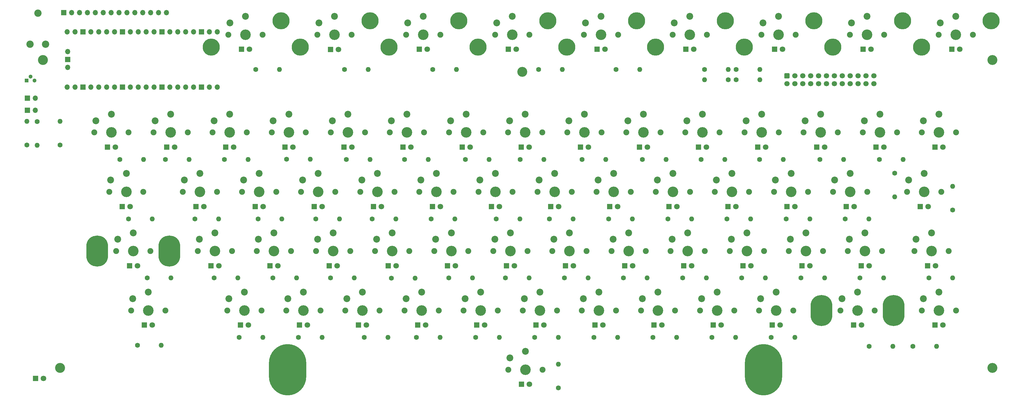
<source format=gts>
G04 #@! TF.GenerationSoftware,KiCad,Pcbnew,(5.1.10)-1*
G04 #@! TF.CreationDate,2021-11-29T17:25:30-08:00*
G04 #@! TF.ProjectId,AtariChocXE,41746172-6943-4686-9f63-58452e6b6963,E*
G04 #@! TF.SameCoordinates,Original*
G04 #@! TF.FileFunction,Soldermask,Top*
G04 #@! TF.FilePolarity,Negative*
%FSLAX46Y46*%
G04 Gerber Fmt 4.6, Leading zero omitted, Abs format (unit mm)*
G04 Created by KiCad (PCBNEW (5.1.10)-1) date 2021-11-29 17:25:30*
%MOMM*%
%LPD*%
G01*
G04 APERTURE LIST*
%ADD10R,1.800000X1.800000*%
%ADD11C,1.800000*%
%ADD12O,1.600000X1.600000*%
%ADD13C,1.600000*%
%ADD14O,1.700000X1.700000*%
%ADD15R,1.700000X1.700000*%
%ADD16C,2.200000*%
%ADD17C,1.900000*%
%ADD18C,3.400000*%
%ADD19O,12.000000X16.500000*%
%ADD20O,7.000000X10.000000*%
%ADD21C,5.500000*%
%ADD22C,2.340000*%
%ADD23R,1.300000X1.300000*%
%ADD24C,1.300000*%
%ADD25C,1.700000*%
%ADD26C,3.200000*%
G04 APERTURE END LIST*
D10*
X95590000Y-37300000D03*
D11*
X98130000Y-37300000D03*
D10*
X185590000Y-145060000D03*
D11*
X188130000Y-145060000D03*
D10*
X318490000Y-126010000D03*
D11*
X321030000Y-126010000D03*
D10*
X292290000Y-126010000D03*
D11*
X294830000Y-126010000D03*
D10*
X266190000Y-126010000D03*
D11*
X268730000Y-126010000D03*
D10*
X247190000Y-126010000D03*
D11*
X249730000Y-126010000D03*
D10*
X228190000Y-126010000D03*
D11*
X230730000Y-126010000D03*
D10*
X209190000Y-126010000D03*
D11*
X211730000Y-126010000D03*
D10*
X190190000Y-126010000D03*
D11*
X192730000Y-126010000D03*
D10*
X171190000Y-126010000D03*
D11*
X173730000Y-126010000D03*
D10*
X152190000Y-126010000D03*
D11*
X154730000Y-126010000D03*
D10*
X133190000Y-126010000D03*
D11*
X135730000Y-126010000D03*
D10*
X114190000Y-126010000D03*
D11*
X116730000Y-126010000D03*
D10*
X95190000Y-126010000D03*
D11*
X97730000Y-126010000D03*
D10*
X64340000Y-126010000D03*
D11*
X66880000Y-126010000D03*
D10*
X316140000Y-106960000D03*
D11*
X318680000Y-106960000D03*
D10*
X294740000Y-106960000D03*
D11*
X297280000Y-106960000D03*
D10*
X275740000Y-106960000D03*
D11*
X278280000Y-106960000D03*
D10*
X256740000Y-106960000D03*
D11*
X259280000Y-106960000D03*
D10*
X237740000Y-106960000D03*
D11*
X240280000Y-106960000D03*
D10*
X218740000Y-106960000D03*
D11*
X221280000Y-106960000D03*
D10*
X199740000Y-106960000D03*
D11*
X202280000Y-106960000D03*
D10*
X180740000Y-106960000D03*
D11*
X183280000Y-106960000D03*
D10*
X161740000Y-106960000D03*
D11*
X164280000Y-106960000D03*
D10*
X142740000Y-106960000D03*
D11*
X145280000Y-106960000D03*
D10*
X123740000Y-106960000D03*
D11*
X126280000Y-106960000D03*
D10*
X104740000Y-106960000D03*
D11*
X107280000Y-106960000D03*
D10*
X85740000Y-106960000D03*
D11*
X88280000Y-106960000D03*
D10*
X59540000Y-106960000D03*
D11*
X62080000Y-106960000D03*
D10*
X313740000Y-87860000D03*
D11*
X316280000Y-87860000D03*
D10*
X289940000Y-87860000D03*
D11*
X292480000Y-87860000D03*
D10*
X270940000Y-87860000D03*
D11*
X273480000Y-87860000D03*
D10*
X251940000Y-87860000D03*
D11*
X254480000Y-87860000D03*
D10*
X232940000Y-87860000D03*
D11*
X235480000Y-87860000D03*
D10*
X213940000Y-87860000D03*
D11*
X216480000Y-87860000D03*
D10*
X194940000Y-87860000D03*
D11*
X197480000Y-87860000D03*
D10*
X175940000Y-87860000D03*
D11*
X178480000Y-87860000D03*
D10*
X156940000Y-87860000D03*
D11*
X159480000Y-87860000D03*
D10*
X137940000Y-87860000D03*
D11*
X140480000Y-87860000D03*
D10*
X118940000Y-87860000D03*
D11*
X121480000Y-87860000D03*
D10*
X99940000Y-87860000D03*
D11*
X102480000Y-87860000D03*
D10*
X80940000Y-87860000D03*
D11*
X83480000Y-87860000D03*
D10*
X57240000Y-87860000D03*
D11*
X59780000Y-87860000D03*
D10*
X318490000Y-68760000D03*
D11*
X321030000Y-68760000D03*
D10*
X299490000Y-68760000D03*
D11*
X302030000Y-68760000D03*
D10*
X280490000Y-68760000D03*
D11*
X283030000Y-68760000D03*
D10*
X261490000Y-68760000D03*
D11*
X264030000Y-68760000D03*
D10*
X242490000Y-68760000D03*
D11*
X245030000Y-68760000D03*
D10*
X223490000Y-68760000D03*
D11*
X226030000Y-68760000D03*
D10*
X204490000Y-68760000D03*
D11*
X207030000Y-68760000D03*
D10*
X185490000Y-68760000D03*
D11*
X188030000Y-68760000D03*
D10*
X166490000Y-68760000D03*
D11*
X169030000Y-68760000D03*
D10*
X147490000Y-68760000D03*
D11*
X150030000Y-68760000D03*
D10*
X128490000Y-68760000D03*
D11*
X131030000Y-68760000D03*
D10*
X109490000Y-68760000D03*
D11*
X112030000Y-68760000D03*
D10*
X90490000Y-68760000D03*
D11*
X93030000Y-68760000D03*
D10*
X71490000Y-68760000D03*
D11*
X74030000Y-68760000D03*
D10*
X52490000Y-68760000D03*
D11*
X55030000Y-68760000D03*
D10*
X323890280Y-37300000D03*
D11*
X326430280Y-37300000D03*
D10*
X295388940Y-37300000D03*
D11*
X297928940Y-37300000D03*
D10*
X266900300Y-37300000D03*
D11*
X269440300Y-37300000D03*
D10*
X238391340Y-37300000D03*
D11*
X240931340Y-37300000D03*
D10*
X209897620Y-37300000D03*
D11*
X212437620Y-37300000D03*
D10*
X181315000Y-37300000D03*
D11*
X183855000Y-37300000D03*
D10*
X152740000Y-37306460D03*
D11*
X155280000Y-37306460D03*
D10*
X124160000Y-37310000D03*
D11*
X126700000Y-37310000D03*
D12*
X197410000Y-138640000D03*
D13*
X197410000Y-146260000D03*
D12*
X318980000Y-132860000D03*
D13*
X311360000Y-132860000D03*
D12*
X304930000Y-132860000D03*
D13*
X297310000Y-132860000D03*
D12*
X273430000Y-129960000D03*
D13*
X265810000Y-129960000D03*
D12*
X254430000Y-129960000D03*
D13*
X246810000Y-129960000D03*
D12*
X235430000Y-129960000D03*
D13*
X227810000Y-129960000D03*
D12*
X216430000Y-129960000D03*
D13*
X208810000Y-129960000D03*
D12*
X197430000Y-129960000D03*
D13*
X189810000Y-129960000D03*
D12*
X178430000Y-129960000D03*
D13*
X170810000Y-129960000D03*
D12*
X159430000Y-129960000D03*
D13*
X151810000Y-129960000D03*
D12*
X142630000Y-129960000D03*
D13*
X135010000Y-129960000D03*
D12*
X121430000Y-129960000D03*
D13*
X113810000Y-129960000D03*
D12*
X102430000Y-129960000D03*
D13*
X94810000Y-129960000D03*
D12*
X69730000Y-132510000D03*
D13*
X62110000Y-132510000D03*
D12*
X324130000Y-110860000D03*
D13*
X316510000Y-110860000D03*
D12*
X26560000Y-60490000D03*
D13*
X26560000Y-68110000D03*
D12*
X301980000Y-110860000D03*
D13*
X294360000Y-110860000D03*
D12*
X282980000Y-110860000D03*
D13*
X275360000Y-110860000D03*
D12*
X263980000Y-110860000D03*
D13*
X256360000Y-110860000D03*
D12*
X244980000Y-110860000D03*
D13*
X237360000Y-110860000D03*
D12*
X225980000Y-110860000D03*
D13*
X218360000Y-110860000D03*
D12*
X206980000Y-110860000D03*
D13*
X199360000Y-110860000D03*
D12*
X29860000Y-68130000D03*
D13*
X29860000Y-60510000D03*
D12*
X187980000Y-110860000D03*
D13*
X180360000Y-110860000D03*
D12*
X169830000Y-110860000D03*
D13*
X162210000Y-110860000D03*
D12*
X151380000Y-110910000D03*
D13*
X143760000Y-110910000D03*
D12*
X131830000Y-110860000D03*
D13*
X124210000Y-110860000D03*
D12*
X113280000Y-110860000D03*
D13*
X105660000Y-110860000D03*
D12*
X94380000Y-110860000D03*
D13*
X86760000Y-110860000D03*
D12*
X72830000Y-110860000D03*
D13*
X65210000Y-110860000D03*
D12*
X324160000Y-81340000D03*
D13*
X324160000Y-88960000D03*
D12*
X297230000Y-91910000D03*
D13*
X289610000Y-91910000D03*
D12*
X278230000Y-91860000D03*
D13*
X270610000Y-91860000D03*
D12*
X259230000Y-91910000D03*
D13*
X251610000Y-91910000D03*
D12*
X240230000Y-91910000D03*
D13*
X232610000Y-91910000D03*
D12*
X221180000Y-91910000D03*
D13*
X213560000Y-91910000D03*
D12*
X202180000Y-91910000D03*
D13*
X194560000Y-91910000D03*
D12*
X185030000Y-91910000D03*
D13*
X177410000Y-91910000D03*
D12*
X164180000Y-91860000D03*
D13*
X156560000Y-91860000D03*
D12*
X145180000Y-91860000D03*
D13*
X137560000Y-91860000D03*
D12*
X127030000Y-91860000D03*
D13*
X119410000Y-91860000D03*
D12*
X108530000Y-91860000D03*
D13*
X100910000Y-91860000D03*
D12*
X88180000Y-91860000D03*
D13*
X80560000Y-91860000D03*
D12*
X66830000Y-91860000D03*
D13*
X59210000Y-91860000D03*
D12*
X305510000Y-84780000D03*
D13*
X305510000Y-77160000D03*
D12*
X308280000Y-72710000D03*
D13*
X300660000Y-72710000D03*
D12*
X289080000Y-72710000D03*
D13*
X281460000Y-72710000D03*
D12*
X269730000Y-72710000D03*
D13*
X262110000Y-72710000D03*
D12*
X250930000Y-72710000D03*
D13*
X243310000Y-72710000D03*
D12*
X232080000Y-72710000D03*
D13*
X224460000Y-72710000D03*
D12*
X212680000Y-72710000D03*
D13*
X205060000Y-72710000D03*
D12*
X192780000Y-72710000D03*
D13*
X185160000Y-72710000D03*
D12*
X175130000Y-72710000D03*
D13*
X167510000Y-72710000D03*
D12*
X155580000Y-72710000D03*
D13*
X147960000Y-72710000D03*
D12*
X136880000Y-72710000D03*
D13*
X129260000Y-72710000D03*
D12*
X117680000Y-72660000D03*
D13*
X110060000Y-72660000D03*
D12*
X97710000Y-72710000D03*
D13*
X90090000Y-72710000D03*
D12*
X78730000Y-72710000D03*
D13*
X71110000Y-72710000D03*
D12*
X64030000Y-72710000D03*
D13*
X56410000Y-72710000D03*
D12*
X262203840Y-47062600D03*
D13*
X254583840Y-47062600D03*
D12*
X262214000Y-43786000D03*
D13*
X254594000Y-43786000D03*
D12*
X244434000Y-47088000D03*
D13*
X252054000Y-47088000D03*
D12*
X252054000Y-43786000D03*
D13*
X244434000Y-43786000D03*
D12*
X223606000Y-43786000D03*
D13*
X215986000Y-43786000D03*
D12*
X198714000Y-43786000D03*
D13*
X191094000Y-43786000D03*
D12*
X164678000Y-43786000D03*
D13*
X157058000Y-43786000D03*
D12*
X136260000Y-43786000D03*
D13*
X128640000Y-43786000D03*
D12*
X107782000Y-43786000D03*
D13*
X100162000Y-43786000D03*
D12*
X37220000Y-60425000D03*
D13*
X37220000Y-68045000D03*
D14*
X87740000Y-49480000D03*
X85200000Y-49480000D03*
D15*
X82660000Y-49480000D03*
D14*
X80120000Y-49480000D03*
X77580000Y-49480000D03*
X75040000Y-49480000D03*
X72500000Y-49480000D03*
D15*
X69960000Y-49480000D03*
D14*
X67420000Y-49480000D03*
X64880000Y-49480000D03*
X62340000Y-49480000D03*
X59800000Y-49480000D03*
D15*
X57260000Y-49480000D03*
D14*
X54720000Y-49480000D03*
X52180000Y-49480000D03*
X49640000Y-49480000D03*
X47100000Y-49480000D03*
D15*
X44560000Y-49480000D03*
D14*
X42020000Y-49480000D03*
X39480000Y-49480000D03*
X39480000Y-31700000D03*
X42020000Y-31700000D03*
D15*
X44560000Y-31700000D03*
D14*
X47100000Y-31700000D03*
X49640000Y-31700000D03*
X52180000Y-31700000D03*
X54720000Y-31700000D03*
D15*
X57260000Y-31700000D03*
D14*
X59800000Y-31700000D03*
X62340000Y-31700000D03*
X64880000Y-31700000D03*
X67420000Y-31700000D03*
D15*
X69960000Y-31700000D03*
D14*
X72500000Y-31700000D03*
X75040000Y-31700000D03*
X77580000Y-31700000D03*
X80120000Y-31700000D03*
D15*
X82660000Y-31700000D03*
D14*
X85200000Y-31700000D03*
X87740000Y-31700000D03*
X39710000Y-43130000D03*
D15*
X39710000Y-40590000D03*
D14*
X39710000Y-38050000D03*
D16*
X65610000Y-115430000D03*
X60610000Y-117530000D03*
D17*
X71110000Y-121330000D03*
X60110000Y-121330000D03*
D18*
X65610000Y-121330000D03*
D19*
X110360000Y-140380000D03*
X263360000Y-140380000D03*
D16*
X186860000Y-134480000D03*
X181860000Y-136580000D03*
D17*
X192360000Y-140380000D03*
X181360000Y-140380000D03*
D18*
X186860000Y-140380000D03*
D20*
X305185000Y-121330000D03*
X281985000Y-121330000D03*
D16*
X293585000Y-115430000D03*
X288585000Y-117530000D03*
D17*
X299085000Y-121330000D03*
X288085000Y-121330000D03*
D18*
X293585000Y-121330000D03*
D20*
X72400000Y-102230000D03*
X49200000Y-102230000D03*
D16*
X60800000Y-96330000D03*
X55800000Y-98430000D03*
D17*
X66300000Y-102230000D03*
X55300000Y-102230000D03*
D18*
X60800000Y-102230000D03*
D16*
X58520000Y-77260000D03*
X53520000Y-79360000D03*
D17*
X64020000Y-83160000D03*
X53020000Y-83160000D03*
D18*
X58520000Y-83160000D03*
D16*
X315020000Y-77260000D03*
X310020000Y-79360000D03*
D17*
X320520000Y-83160000D03*
X309520000Y-83160000D03*
D18*
X315020000Y-83160000D03*
D16*
X317400000Y-96330000D03*
X312400000Y-98430000D03*
D17*
X322900000Y-102230000D03*
X311900000Y-102230000D03*
D18*
X317400000Y-102230000D03*
D17*
X90960000Y-121330000D03*
X101960000Y-121330000D03*
D18*
X96460000Y-121330000D03*
D16*
X91460000Y-117530000D03*
X96460000Y-115430000D03*
D17*
X171720000Y-83160000D03*
X182720000Y-83160000D03*
D18*
X177220000Y-83160000D03*
D16*
X172220000Y-79360000D03*
X177220000Y-77260000D03*
D17*
X109960000Y-121330000D03*
X120960000Y-121330000D03*
D18*
X115460000Y-121330000D03*
D16*
X110460000Y-117530000D03*
X115460000Y-115430000D03*
D17*
X95720000Y-83160000D03*
X106720000Y-83160000D03*
D18*
X101220000Y-83160000D03*
D16*
X96220000Y-79360000D03*
X101220000Y-77260000D03*
D17*
X190720000Y-83160000D03*
X201720000Y-83160000D03*
D18*
X196220000Y-83160000D03*
D16*
X191220000Y-79360000D03*
X196220000Y-77260000D03*
D17*
X152720000Y-83160000D03*
X163720000Y-83160000D03*
D18*
X158220000Y-83160000D03*
D16*
X153220000Y-79360000D03*
X158220000Y-77260000D03*
D17*
X290500000Y-102230000D03*
X301500000Y-102230000D03*
D18*
X296000000Y-102230000D03*
D16*
X291000000Y-98430000D03*
X296000000Y-96330000D03*
D17*
X261960000Y-121330000D03*
X272960000Y-121330000D03*
D18*
X267460000Y-121330000D03*
D16*
X262460000Y-117530000D03*
X267460000Y-115430000D03*
D17*
X252500000Y-102230000D03*
X263500000Y-102230000D03*
D18*
X258000000Y-102230000D03*
D16*
X253000000Y-98430000D03*
X258000000Y-96330000D03*
D17*
X100500000Y-102230000D03*
X111500000Y-102230000D03*
D18*
X106000000Y-102230000D03*
D16*
X101000000Y-98430000D03*
X106000000Y-96330000D03*
D17*
X133720000Y-83160000D03*
X144720000Y-83160000D03*
D18*
X139220000Y-83160000D03*
D16*
X134220000Y-79360000D03*
X139220000Y-77260000D03*
D17*
X76720000Y-83160000D03*
X87720000Y-83160000D03*
D18*
X82220000Y-83160000D03*
D16*
X77220000Y-79360000D03*
X82220000Y-77260000D03*
D17*
X271500000Y-102230000D03*
X282500000Y-102230000D03*
D18*
X277000000Y-102230000D03*
D16*
X272000000Y-98430000D03*
X277000000Y-96330000D03*
D17*
X242960000Y-121330000D03*
X253960000Y-121330000D03*
D18*
X248460000Y-121330000D03*
D16*
X243460000Y-117530000D03*
X248460000Y-115430000D03*
D17*
X247720000Y-83160000D03*
X258720000Y-83160000D03*
D18*
X253220000Y-83160000D03*
D16*
X248220000Y-79360000D03*
X253220000Y-77260000D03*
D17*
X228720000Y-83160000D03*
X239720000Y-83160000D03*
D18*
X234220000Y-83160000D03*
D16*
X229220000Y-79360000D03*
X234220000Y-77260000D03*
D17*
X185960000Y-121330000D03*
X196960000Y-121330000D03*
D18*
X191460000Y-121330000D03*
D16*
X186460000Y-117530000D03*
X191460000Y-115430000D03*
D17*
X204960000Y-121330000D03*
X215960000Y-121330000D03*
D18*
X210460000Y-121330000D03*
D16*
X205460000Y-117530000D03*
X210460000Y-115430000D03*
D17*
X257260000Y-64060000D03*
X268260000Y-64060000D03*
D18*
X262760000Y-64060000D03*
D16*
X257760000Y-60260000D03*
X262760000Y-58160000D03*
D17*
X233500000Y-102230000D03*
X244500000Y-102230000D03*
D18*
X239000000Y-102230000D03*
D16*
X234000000Y-98430000D03*
X239000000Y-96330000D03*
D17*
X214500000Y-102230000D03*
X225500000Y-102230000D03*
D18*
X220000000Y-102230000D03*
D16*
X215000000Y-98430000D03*
X220000000Y-96330000D03*
D17*
X195500000Y-102230000D03*
X206500000Y-102230000D03*
D18*
X201000000Y-102230000D03*
D16*
X196000000Y-98430000D03*
X201000000Y-96330000D03*
D17*
X314260000Y-121330000D03*
X325260000Y-121330000D03*
D18*
X319760000Y-121330000D03*
D16*
X314760000Y-117530000D03*
X319760000Y-115430000D03*
D17*
X209720000Y-83160000D03*
X220720000Y-83160000D03*
D18*
X215220000Y-83160000D03*
D16*
X210220000Y-79360000D03*
X215220000Y-77260000D03*
D17*
X176500000Y-102230000D03*
X187500000Y-102230000D03*
D18*
X182000000Y-102230000D03*
D16*
X177000000Y-98430000D03*
X182000000Y-96330000D03*
D17*
X276260000Y-64060000D03*
X287260000Y-64060000D03*
D18*
X281760000Y-64060000D03*
D16*
X276760000Y-60260000D03*
X281760000Y-58160000D03*
D17*
X157500000Y-102230000D03*
X168500000Y-102230000D03*
D18*
X163000000Y-102230000D03*
D16*
X158000000Y-98430000D03*
X163000000Y-96330000D03*
D17*
X138500000Y-102230000D03*
X149500000Y-102230000D03*
D18*
X144000000Y-102230000D03*
D16*
X139000000Y-98430000D03*
X144000000Y-96330000D03*
D17*
X48260000Y-64060000D03*
X59260000Y-64060000D03*
D18*
X53760000Y-64060000D03*
D16*
X48760000Y-60260000D03*
X53760000Y-58160000D03*
D17*
X285720000Y-83160000D03*
X296720000Y-83160000D03*
D18*
X291220000Y-83160000D03*
D16*
X286220000Y-79360000D03*
X291220000Y-77260000D03*
D17*
X114720000Y-83160000D03*
X125720000Y-83160000D03*
D18*
X120220000Y-83160000D03*
D16*
X115220000Y-79360000D03*
X120220000Y-77260000D03*
D17*
X295260000Y-64060000D03*
X306260000Y-64060000D03*
D18*
X300760000Y-64060000D03*
D16*
X295760000Y-60260000D03*
X300760000Y-58160000D03*
D17*
X266720000Y-83160000D03*
X277720000Y-83160000D03*
D18*
X272220000Y-83160000D03*
D16*
X267220000Y-79360000D03*
X272220000Y-77260000D03*
D17*
X119500000Y-102230000D03*
X130500000Y-102230000D03*
D18*
X125000000Y-102230000D03*
D16*
X120000000Y-98430000D03*
X125000000Y-96330000D03*
D17*
X223960000Y-121330000D03*
X234960000Y-121330000D03*
D18*
X229460000Y-121330000D03*
D16*
X224460000Y-117530000D03*
X229460000Y-115430000D03*
D17*
X128960000Y-121330000D03*
X139960000Y-121330000D03*
D18*
X134460000Y-121330000D03*
D16*
X129460000Y-117530000D03*
X134460000Y-115430000D03*
D17*
X314260000Y-64060000D03*
X325260000Y-64060000D03*
D18*
X319760000Y-64060000D03*
D16*
X314760000Y-60260000D03*
X319760000Y-58160000D03*
D17*
X166960000Y-121330000D03*
X177960000Y-121330000D03*
D18*
X172460000Y-121330000D03*
D16*
X167460000Y-117530000D03*
X172460000Y-115430000D03*
D17*
X81500000Y-102230000D03*
X92500000Y-102230000D03*
D18*
X87000000Y-102230000D03*
D16*
X82000000Y-98430000D03*
X87000000Y-96330000D03*
D17*
X219260000Y-64060000D03*
X230260000Y-64060000D03*
D18*
X224760000Y-64060000D03*
D16*
X219760000Y-60260000D03*
X224760000Y-58160000D03*
D17*
X200260000Y-64060000D03*
X211260000Y-64060000D03*
D18*
X205760000Y-64060000D03*
D16*
X200760000Y-60260000D03*
X205760000Y-58160000D03*
D17*
X181260000Y-64060000D03*
X192260000Y-64060000D03*
D18*
X186760000Y-64060000D03*
D16*
X181760000Y-60260000D03*
X186760000Y-58160000D03*
D17*
X162260000Y-64060000D03*
X173260000Y-64060000D03*
D18*
X167760000Y-64060000D03*
D16*
X162760000Y-60260000D03*
X167760000Y-58160000D03*
D17*
X143260000Y-64060000D03*
X154260000Y-64060000D03*
D18*
X148760000Y-64060000D03*
D16*
X143760000Y-60260000D03*
X148760000Y-58160000D03*
D17*
X124260000Y-64060000D03*
X135260000Y-64060000D03*
D18*
X129760000Y-64060000D03*
D16*
X124760000Y-60260000D03*
X129760000Y-58160000D03*
D17*
X105260000Y-64060000D03*
X116260000Y-64060000D03*
D18*
X110760000Y-64060000D03*
D16*
X105760000Y-60260000D03*
X110760000Y-58160000D03*
D17*
X86260000Y-64060000D03*
X97260000Y-64060000D03*
D18*
X91760000Y-64060000D03*
D16*
X86760000Y-60260000D03*
X91760000Y-58160000D03*
D17*
X67260000Y-64060000D03*
X78260000Y-64060000D03*
D18*
X72760000Y-64060000D03*
D16*
X67760000Y-60260000D03*
X72760000Y-58160000D03*
D17*
X238260000Y-64060000D03*
X249260000Y-64060000D03*
D18*
X243760000Y-64060000D03*
D16*
X238760000Y-60260000D03*
X243760000Y-58160000D03*
D17*
X147960000Y-121330000D03*
X158960000Y-121330000D03*
D18*
X153460000Y-121330000D03*
D16*
X148460000Y-117530000D03*
X153460000Y-115430000D03*
D21*
X308060000Y-28110000D03*
X285660000Y-36610000D03*
D16*
X296660000Y-26710000D03*
X291660000Y-28810000D03*
D17*
X302160000Y-32610000D03*
X291160000Y-32610000D03*
D18*
X296660000Y-32610000D03*
D21*
X193985000Y-28110000D03*
X171585000Y-36610000D03*
D16*
X182585000Y-26710000D03*
X177585000Y-28810000D03*
D17*
X188085000Y-32610000D03*
X177085000Y-32610000D03*
D18*
X182585000Y-32610000D03*
D21*
X165410000Y-28110000D03*
X143010000Y-36610000D03*
D16*
X154010000Y-26710000D03*
X149010000Y-28810000D03*
D17*
X159510000Y-32610000D03*
X148510000Y-32610000D03*
D18*
X154010000Y-32610000D03*
D21*
X136835000Y-28110000D03*
X114435000Y-36610000D03*
D16*
X125435000Y-26710000D03*
X120435000Y-28810000D03*
D17*
X130935000Y-32610000D03*
X119935000Y-32610000D03*
D18*
X125435000Y-32610000D03*
D21*
X108260000Y-28110000D03*
X85860000Y-36610000D03*
D16*
X96860000Y-26710000D03*
X91860000Y-28810000D03*
D17*
X102360000Y-32610000D03*
X91360000Y-32610000D03*
D18*
X96860000Y-32610000D03*
D21*
X251060000Y-28110000D03*
X228660000Y-36610000D03*
D16*
X239660000Y-26710000D03*
X234660000Y-28810000D03*
D17*
X245160000Y-32610000D03*
X234160000Y-32610000D03*
D18*
X239660000Y-32610000D03*
D21*
X279560000Y-28110000D03*
X257160000Y-36610000D03*
D16*
X268160000Y-26710000D03*
X263160000Y-28810000D03*
D17*
X273660000Y-32610000D03*
X262660000Y-32610000D03*
D18*
X268160000Y-32610000D03*
D21*
X336560000Y-28110000D03*
X314160000Y-36610000D03*
D16*
X325160000Y-26710000D03*
X320160000Y-28810000D03*
D17*
X330660000Y-32610000D03*
X319660000Y-32610000D03*
D18*
X325160000Y-32610000D03*
D21*
X222560000Y-28110000D03*
X200160000Y-36610000D03*
D16*
X211160000Y-26710000D03*
X206160000Y-28810000D03*
D17*
X216660000Y-32610000D03*
X205660000Y-32610000D03*
D18*
X211160000Y-32610000D03*
D22*
X32598000Y-35658000D03*
X30098000Y-25658000D03*
X27598000Y-35658000D03*
D23*
X26502000Y-47342000D03*
D24*
X29042000Y-47342000D03*
X27772000Y-46072000D03*
D14*
X29272000Y-56938000D03*
D15*
X26732000Y-56938000D03*
D14*
X29272000Y-53048000D03*
D15*
X26732000Y-53048000D03*
G36*
G01*
X270300000Y-44970000D02*
X271500000Y-44970000D01*
G75*
G02*
X271750000Y-45220000I0J-250000D01*
G01*
X271750000Y-46420000D01*
G75*
G02*
X271500000Y-46670000I-250000J0D01*
G01*
X270300000Y-46670000D01*
G75*
G02*
X270050000Y-46420000I0J250000D01*
G01*
X270050000Y-45220000D01*
G75*
G02*
X270300000Y-44970000I250000J0D01*
G01*
G37*
D25*
X273440000Y-45820000D03*
X275980000Y-45820000D03*
X278520000Y-45820000D03*
X281060000Y-45820000D03*
X283600000Y-45820000D03*
X286140000Y-45820000D03*
X288680000Y-45820000D03*
X291220000Y-45820000D03*
X293760000Y-45820000D03*
X296300000Y-45820000D03*
X298840000Y-45820000D03*
X270900000Y-48360000D03*
X273440000Y-48360000D03*
X275980000Y-48360000D03*
X278520000Y-48360000D03*
X281060000Y-48360000D03*
X283600000Y-48360000D03*
X286140000Y-48360000D03*
X288680000Y-48360000D03*
X291220000Y-48360000D03*
X293760000Y-48360000D03*
X296300000Y-48360000D03*
X298840000Y-48360000D03*
D26*
X31750000Y-40740000D03*
X185810000Y-44550000D03*
X336940000Y-139800000D03*
X336940000Y-40740000D03*
X37220000Y-139800000D03*
D15*
X38440000Y-25500000D03*
D14*
X40980000Y-25500000D03*
X43520000Y-25500000D03*
X46060000Y-25500000D03*
X48600000Y-25500000D03*
X51140000Y-25500000D03*
X53680000Y-25500000D03*
X56220000Y-25500000D03*
X58760000Y-25500000D03*
X61300000Y-25500000D03*
X63840000Y-25500000D03*
X66380000Y-25500000D03*
X68920000Y-25500000D03*
X71460000Y-25500000D03*
D11*
X31900000Y-143200000D03*
D10*
X29360000Y-143200000D03*
M02*

</source>
